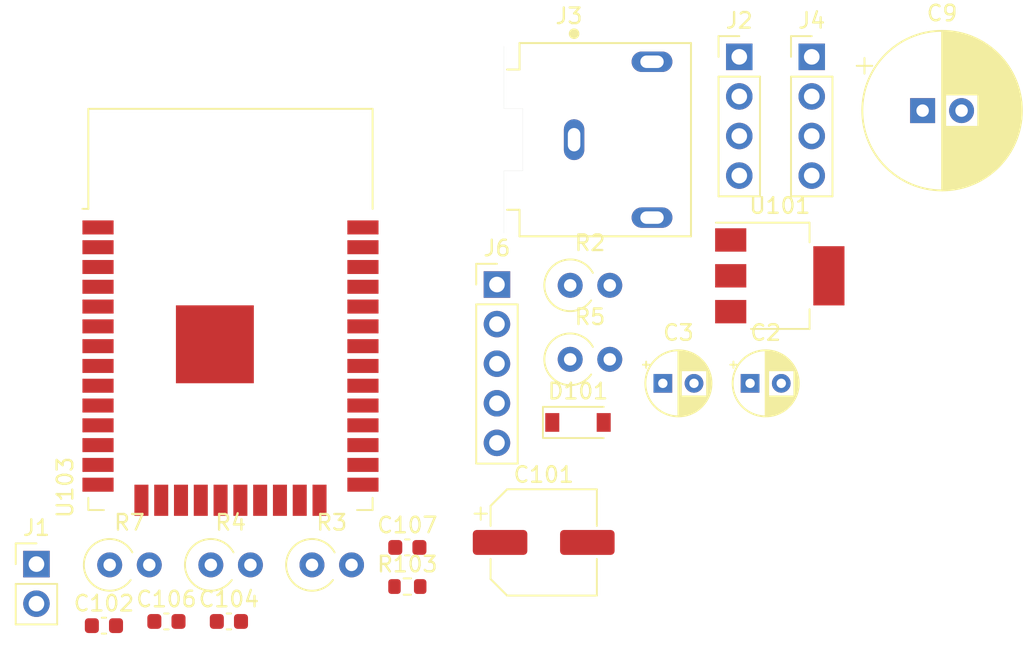
<source format=kicad_pcb>
(kicad_pcb (version 20211014) (generator pcbnew)
  (layers (0 "F.Cu" signal) (31 "B.Cu" signal) (34 "B.Paste" user) (35 "F.Paste" user) (36 "B.SilkS" user "B.Silkscreen") (37 "F.SilkS" user "F.Silkscreen") (38 "B.Mask" user) (39 "F.Mask" user) (44 "Edge.Cuts" user))
  (net 0 "")
  (net 1 "Net-(C2-Pad1)")
  (net 2 "/R")
  (net 3 "Net-(C3-Pad1)")
  (net 4 "/S")
  (net 5 "+5V")
  (net 6 "GND")
  (net 7 "Net-(C102-Pad1)")
  (net 8 "+3V3")
  (net 9 "/ESP_EN")
  (net 10 "/G22")
  (net 11 "/G21")
  (net 12 "/ESP_TXD")
  (net 13 "/ESP_RXD")
  (net 14 "/ESP_IO0")
  (net 15 "Net-(J6-Pad1)")
  (net 16 "Net-(J6-Pad2)")
  (net 17 "Net-(J6-Pad3)")
  (net 18 "Net-(R2-Pad1)")
  (net 19 "Net-(R3-Pad1)")
  (net 34 "/LED_DATA")
  (footprint "Capacitor_THT:CP_Radial_D4.0mm_P2.00mm" (layer "F.Cu") (at 157.468 97.917)
    (fp_text reference "C3" (at 1 -3.25) (layer "F.SilkS"))
    (fp_text value "47pF")
    (fp_line (start 3.041 -0.537) (end 3.041 0.537) (layer "F.SilkS") (width 0.12))
    (fp_line (start 1.721 0.84) (end 1.721 1.954) (layer "F.SilkS") (width 0.12))
    (fp_line (start 1.56 -2.005) (end 1.56 -0.84) (layer "F.SilkS") (width 0.12))
    (fp_line (start 1.48 -2.025) (end 1.48 -0.84) (layer "F.SilkS") (width 0.12))
    (fp_line (start 2.401 0.84) (end 2.401 1.552) (layer "F.SilkS") (width 0.12))
    (fp_line (start 2.801 0.84) (end 2.801 1.08) (layer "F.SilkS") (width 0.12))
    (fp_line (start 1.44 -2.034) (end 1.44 -0.84) (layer "F.SilkS") (width 0.12))
    (fp_line (start 3.001 -0.664) (end 3.001 0.664) (layer "F.SilkS") (width 0.12))
    (fp_line (start 2.481 0.84) (end 2.481 1.478) (layer "F.SilkS") (width 0.12))
    (fp_line (start 2.201 -1.708) (end 2.201 -0.84) (layer "F.SilkS") (width 0.12))
    (fp_line (start 1.56 0.84) (end 1.56 2.005) (layer "F.SilkS") (width 0.12))
    (fp_line (start 1.68 0.84) (end 1.68 1.968) (layer "F.SilkS") (width 0.12))
    (fp_line (start 1.36 0.84) (end 1.36 2.05) (layer "F.SilkS") (width 0.12))
    (fp_line (start 1.921 -1.87) (end 1.921 -0.84) (layer "F.SilkS") (width 0.12))
    (fp_line (start 1.761 0.84) (end 1.761 1.94) (layer "F.SilkS") (width 0.12))
    (fp_line (start 2.401 -1.552) (end 2.401 -0.84) (layer "F.SilkS") (width 0.12))
    (fp_line (start 1.801 0.84) (end 1.801 1.924) (layer "F.SilkS") (width 0.12))
    (fp_line (start 1.28 -2.062) (end 1.28 -0.84) (layer "F.SilkS") (width 0.12))
    (fp_line (start 2.441 -1.516) (end 2.441 -0.84) (layer "F.SilkS") (width 0.12))
    (fp_line (start 2.641 -1.304) (end 2.641 -0.84) (layer "F.SilkS") (width 0.12))
    (fp_line (start 1.721 -1.954) (end 1.721 -0.84) (layer "F.SilkS") (width 0.12))
    (fp_line (start 2.681 0.84) (end 2.681 1.254) (layer "F.SilkS") (width 0.12))
    (fp_line (start 2.761 -1.142) (end 2.761 -0.84) (layer "F.SilkS") (width 0.12))
    (fp_line (start 2.321 0.84) (end 2.321 1.619) (layer "F.SilkS") (width 0.12))
    (fp_line (start 2.521 -1.438) (end 2.521 -0.84) (layer "F.SilkS") (width 0.12))
    (fp_line (start 2.841 -1.013) (end 2.841 1.013) (layer "F.SilkS") (width 0.12))
    (fp_line (start 3.081 -0.37) (end 3.081 0.37) (layer "F.SilkS") (width 0.12))
    (fp_line (start 2.361 -1.587) (end 2.361 -0.84) (layer "F.SilkS") (width 0.12))
    (fp_line (start 2.361 0.84) (end 2.361 1.587) (layer "F.SilkS") (width 0.12))
    (fp_line (start 2.481 -1.478) (end 2.481 -0.84) (layer "F.SilkS") (width 0.12))
    (fp_line (start 1 -2.08) (end 1 2.08) (layer "F.SilkS") (width 0.12))
    (fp_line (start 2.321 -1.619) (end 2.321 -0.84) (layer "F.SilkS") (width 0.12))
    (fp_line (start 2.161 -1.735) (end 2.161 -0.84) (layer "F.SilkS") (width 0.12))
    (fp_line (start 2.081 -1.785) (end 2.081 -0.84) (layer "F.SilkS") (width 0.12))
    (fp_line (start 2.201 0.84) (end 2.201 1.708) (layer "F.SilkS") (width 0.12))
    (fp_line (start 1.921 0.84) (end 1.921 1.87) (layer "F.SilkS") (width 0.12))
    (fp_line (start 1.52 0.84) (end 1.52 2.016) (layer "F.SilkS") (width 0.12))
    (fp_line (start 2.561 0.84) (end 2.561 1.396) (layer "F.SilkS") (width 0.12))
    (fp_line (start 2.121 -1.76) (end 2.121 -0.84) (layer "F.SilkS") (width 0.12))
    (fp_line (start 2.721 0.84) (end 2.721 1.2) (layer "F.SilkS") (width 0.12))
    (fp_line (start 2.601 -1.351) (end 2.601 -0.84) (layer "F.SilkS") (width 0.12))
    (fp_line (start 2.601 0.84) (end 2.601 1.351) (layer "F.SilkS") (width 0.12))
    (fp_line (start 1.64 0.84) (end 1.64 1.982) (layer "F.SilkS") (width 0.12))
    (fp_line (start 2.721 -1.2) (end 2.721 -0.84) (layer "F.SilkS") (width 0.12))
    (fp_line (start 2.761 0.84) (end 2.761 1.142) (layer "F.SilkS") (width 0.12))
    (fp_line (start 2.121 0.84) (end 2.121 1.76) (layer "F.SilkS") (width 0.12))
    (fp_line (start -1.269801 -1.195) (end -0.869801 -1.195) (layer "F.SilkS") (width 0.12))
    (fp_line (start 2.001 -1.83) (end 2.001 -0.84) (layer "F.SilkS") (width 0.12))
    (fp_line (start 1.64 -1.982) (end 1.64 -0.84) (layer "F.SilkS") (width 0.12))
    (fp_line (start 1.24 -2.067) (end 1.24 -0.84) (layer "F.SilkS") (width 0.12))
    (fp_line (start 1.961 -1.851) (end 1.961 -0.84) (layer "F.SilkS") (width 0.12))
    (fp_line (start 2.041 -1.808) (end 2.041 -0.84) (layer "F.SilkS") (width 0.12))
    (fp_line (start 2.561 -1.396) (end 2.561 -0.84) (layer "F.SilkS") (width 0.12))
    (fp_line (start 1.08 -2.079) (end 1.08 2.079) (layer "F.SilkS") (width 0.12))
    (fp_line (start 1.6 -1.994) (end 1.6 -0.84) (layer "F.SilkS") (width 0.12))
    (fp_line (start 1.04 -2.08) (end 1.04 2.08) (layer "F.SilkS") (width 0.12))
    (fp_line (start 1.2 -2.071) (end 1.2 -0.84) (layer "F.SilkS") (width 0.12))
    (fp_line (start 1.841 -1.907) (end 1.841 -0.84) (layer "F.SilkS") (width 0.12))
    (fp_line (start 2.281 0.84) (end 2.281 1.65) (layer "F.SilkS") (width 0.12))
    (fp_line (start 1.6 0.84) (end 1.6 1.994) (layer "F.SilkS") (width 0.12))
    (fp_line (start 1.32 -2.056) (end 1.32 -0.84) (layer "F.SilkS") (width 0.12))
    (fp_line (start 1.48 0.84) (end 1.48 2.025) (layer "F.SilkS") (width 0.12))
    (fp_line (start 2.641 0.84) (end 2.641 1.304) (layer "F.SilkS") (width 0.12))
    (fp_line (start 2.281 -1.65) (end 2.281 -0.84) (layer "F.SilkS") (width 0.12))
    (fp_line (start 1.2 0.84) (end 1.2 2.071) (layer "F.SilkS") (width 0.12))
    (fp_line (start 2.441 0.84) (end 2.441 1.516) (layer "F.SilkS") (width 0.12))
    (fp_line (start 2.961 -0.768) (end 2.961 0.768) (layer "F.SilkS") (width 0.12))
    (fp_line (start 1.36 -2.05) (end 1.36 -0.84) (layer "F.SilkS") (width 0.12))
    (fp_line (start -1.069801 -1.395) (end -1.069801 -0.995) (layer "F.SilkS") (width 0.12))
    (fp_line (start 2.001 0.84) (end 2.001 1.83) (layer "F.SilkS") (width 0.12))
    (fp_line (start 1.16 -2.074) (end 1.16 2.074) (layer "F.SilkS") (width 0.12))
    (fp_line (start 1.68 -1.968) (end 1.68 -0.84) (layer "F.SilkS") (width 0.12))
    (fp_line (start 2.241 -1.68) (end 2.241 -0.84) (layer "F.SilkS") (width 0.12))
    (fp_line (start 2.681 -1.254) (end 2.681 -0.84) (layer "F.SilkS") (width 0.12))
    (fp_line (start 1.44 0.84) (end 1.44 2.034) (layer "F.SilkS") (width 0.12))
    (fp_line (start 2.521 0.84) (end 2.521 1.438) (layer "F.SilkS") (width 0.12))
    (fp_line (start 1.4 0.84) (end 1.4 2.042) (layer "F.SilkS") (width 0.12))
    (fp_line (start 2.041 0.84) (end 2.041 1.808) (layer "F.SilkS") (width 0.12))
    (fp_line (start 1.881 -1.889) (end 1.881 -0.84) (layer "F.SilkS") (width 0.12))
    (fp_line (start 2.801 -1.08) (end 2.801 -0.84) (layer "F.SilkS") (width 0.12))
    (fp_line (start 2.161 0.84) (end 2.161 1.735) (layer "F.SilkS") (width 0.12))
    (fp_line (start 1.841 0.84) (end 1.841 1.907) (layer "F.SilkS") (width 0.12))
    (fp_line (start 1.801 -1.924) (end 1.801 -0.84) (layer "F.SilkS") (width 0.12))
    (fp_line (start 1.12 -2.077) (end 1.12 2.077) (layer "F.SilkS") (width 0.12))
    (fp_line (start 1.24 0.84) (end 1.24 2.067) (layer "F.SilkS") (width 0.12))
    (fp_line (start 2.921 -0.859) (end 2.921 0.859) (layer "F.SilkS") (width 0.12))
    (fp_line (start 2.881 -0.94) (end 2.881 0.94) (layer "F.SilkS") (width 0.12))
    (fp_line (start 1.961 0.84) (end 1.961 1.851) (layer "F.SilkS") (width 0.12))
    (fp_line (start 1.52 -2.016) (end 1.52 -0.84) (layer "F.SilkS") (width 0.12))
    (fp_line (start 1.28 0.84) (end 1.28 2.062) (layer "F.SilkS") (width 0.12))
    (fp_line (start 1.881 0.84) (end 1.881 1.889) (layer "F.SilkS") (width 0.12))
    (fp_line (start 1.761 -1.94) (end 1.761 -0.84) (layer "F.SilkS") (width 0.12))
    (fp_line (start 1.32 0.84) (end 1.32 2.056) (layer "F.SilkS") (width 0.12))
    (fp_line (start 1.4 -2.042) (end 1.4 -0.84) (layer "F.SilkS") (width 0.12))
    (fp_line (start 2.241 0.84) (end 2.241 1.68) (layer "F.SilkS") (width 0.12))
    (fp_line (start 2.081 0.84) (end 2.081 1.785) (layer "F.SilkS") (width 0.12))
    (fp_circle (center 1 0) (end 3.12 0) (layer "F.SilkS") (width 0.12) (fill none))
    (pad "1" thru_hole rect (at 0 0) (size 1.2 1.2) (drill 0.6) (layers *.Cu *.Mask) (net 3 "Net-(C3-Pad1)"))
    (pad "2" thru_hole circle (at 2 0) (size 1.2 1.2) (drill 0.6) (layers *.Cu *.Mask) (net 4 "/S"))
  )
  (footprint "Capacitor_SMD:C_0603_1608Metric" (layer "F.Cu") (at 121.603199 113.467)
    (fp_text reference "C102" (at 0 -1.43) (layer "F.SilkS"))
    (fp_text value "10µ")
    (fp_line (start -0.14058 0.51) (end 0.14058 0.51) (layer "F.SilkS") (width 0.12))
    (fp_line (start -0.14058 -0.51) (end 0.14058 -0.51) (layer "F.SilkS") (width 0.12))
    (pad "1" smd roundrect (at -0.775 0) (size 0.9 0.95) (layers "F.Cu" "F.Paste" "F.Mask") (net 7 "Net-(C102-Pad1)"))
    (pad "2" smd roundrect (at 0.775 0) (size 0.9 0.95) (layers "F.Cu" "F.Paste" "F.Mask") (net 6 "GND"))
  )
  (footprint "Capacitor_SMD:C_0603_1608Metric" (layer "F.Cu") (at 141.073199 108.447)
    (fp_text reference "C107" (at 0 -1.43) (layer "F.SilkS"))
    (fp_text value "100n")
    (fp_line (start -0.14058 -0.51) (end 0.14058 -0.51) (layer "F.SilkS") (width 0.12))
    (fp_line (start -0.14058 0.51) (end 0.14058 0.51) (layer "F.SilkS") (width 0.12))
    (pad "1" smd roundrect (at -0.775 0) (size 0.9 0.95) (layers "F.Cu" "F.Paste" "F.Mask") (net 8 "+3V3"))
    (pad "2" smd roundrect (at 0.775 0) (size 0.9 0.95) (layers "F.Cu" "F.Paste" "F.Mask") (net 6 "GND"))
  )
  (footprint "Resistor_SMD:R_0603_1608Metric" (layer "F.Cu") (at 141.073199 110.957)
    (fp_text reference "R103" (at 0 -1.43) (layer "F.SilkS"))
    (fp_text value "10k")
    (fp_line (start -0.237258 -0.5225) (end 0.237258 -0.5225) (layer "F.SilkS") (width 0.12))
    (fp_line (start -0.237258 0.5225) (end 0.237258 0.5225) (layer "F.SilkS") (width 0.12))
    (pad "1" smd roundrect (at -0.825 0) (size 0.8 0.95) (layers "F.Cu" "F.Paste" "F.Mask") (net 8 "+3V3"))
    (pad "2" smd roundrect (at 0.825 0) (size 0.8 0.95) (layers "F.Cu" "F.Paste" "F.Mask") (net 9 "/ESP_EN"))
  )
  (footprint "Capacitor_SMD:C_0603_1608Metric" (layer "F.Cu") (at 125.613199 113.197)
    (fp_text reference "C106" (at 0 -1.43) (layer "F.SilkS"))
    (fp_text value "1µ")
    (fp_line (start -0.14058 -0.51) (end 0.14058 -0.51) (layer "F.SilkS") (width 0.12))
    (fp_line (start -0.14058 0.51) (end 0.14058 0.51) (layer "F.SilkS") (width 0.12))
    (pad "1" smd roundrect (at -0.775 0) (size 0.9 0.95) (layers "F.Cu" "F.Paste" "F.Mask") (net 9 "/ESP_EN"))
    (pad "2" smd roundrect (at 0.775 0) (size 0.9 0.95) (layers "F.Cu" "F.Paste" "F.Mask") (net 6 "GND"))
  )
  (footprint "Package_TO_SOT_SMD:SOT-223-3_TabPin2" (layer "F.Cu") (at 164.973199 91.017)
    (fp_text reference "U101" (at 0 -4.5) (layer "F.SilkS"))
    (fp_text value "AMS1117-3.3")
    (fp_line (start 1.91 -3.41) (end 1.91 -2.15) (layer "F.SilkS") (width 0.12))
    (fp_line (start -1.85 3.41) (end 1.91 3.41) (layer "F.SilkS") (width 0.12))
    (fp_line (start 1.91 3.41) (end 1.91 2.15) (layer "F.SilkS") (width 0.12))
    (fp_line (start -4.1 -3.41) (end 1.91 -3.41) (layer "F.SilkS") (width 0.12))
    (pad "1" smd rect (at -3.15 -2.3) (size 2 1.5) (layers "F.Cu" "F.Paste" "F.Mask") (net 6 "GND"))
    (pad "2" smd rect (at -3.15 0) (size 2 1.5) (layers "F.Cu" "F.Paste" "F.Mask") (net 8 "+3V3"))
    (pad "2" smd rect (at 3.15 0) (size 2 3.8) (layers "F.Cu" "F.Paste" "F.Mask") (net 8 "+3V3"))
    (pad "3" smd rect (at -3.15 2.3) (size 2 1.5) (layers "F.Cu" "F.Paste" "F.Mask") (net 7 "Net-(C102-Pad1)"))
  )
  (footprint "Resistor_THT:R_Axial_DIN0309_L9.0mm_D3.2mm_P2.54mm_Vertical" (layer "F.Cu") (at 151.523199 96.377)
    (fp_text reference "R5" (at 1.27 -2.72) (layer "F.SilkS"))
    (fp_text value "2.2k")
    (fp_arc (start 1.344775 0.97138) (mid -1.655812 -0.101418) (end 1.453272 -0.8) (layer "F.SilkS") (width 0.12))
    (pad "1" thru_hole circle (at 0 0) (size 1.6 1.6) (drill 0.8) (layers *.Cu *.Mask) (net 1 "Net-(C2-Pad1)"))
    (pad "2" thru_hole oval (at 2.54 0) (size 1.6 1.6) (drill 0.8) (layers *.Cu *.Mask) (net 6 "GND"))
  )
  (footprint "Connector_PinHeader_2.54mm:PinHeader_1x04_P2.54mm_Vertical" (layer "F.Cu") (at 162.373199 76.967)
    (fp_text reference "J2" (at 0 -2.33) (layer "F.SilkS"))
    (fp_text value "Display")
    (fp_line (start -1.33 -1.33) (end 0 -1.33) (layer "F.SilkS") (width 0.12))
    (fp_line (start -1.33 0) (end -1.33 -1.33) (layer "F.SilkS") (width 0.12))
    (fp_line (start -1.33 1.27) (end -1.33 8.95) (layer "F.SilkS") (width 0.12))
    (fp_line (start -1.33 1.27) (end 1.33 1.27) (layer "F.SilkS") (width 0.12))
    (fp_line (start 1.33 1.27) (end 1.33 8.95) (layer "F.SilkS") (width 0.12))
    (fp_line (start -1.33 8.95) (end 1.33 8.95) (layer "F.SilkS") (width 0.12))
    (pad "1" thru_hole rect (at 0 0) (size 1.7 1.7) (drill 1) (layers *.Cu *.Mask) (net 10 "/G22"))
    (pad "2" thru_hole oval (at 0 2.54) (size 1.7 1.7) (drill 1) (layers *.Cu *.Mask) (net 11 "/G21"))
    (pad "3" thru_hole oval (at 0 5.08) (size 1.7 1.7) (drill 1) (layers *.Cu *.Mask) (net 5 "+5V"))
    (pad "4" thru_hole oval (at 0 7.62) (size 1.7 1.7) (drill 1) (layers *.Cu *.Mask) (net 6 "GND"))
  )
  (footprint "Diode_SMD:D_SOD-123" (layer "F.Cu") (at 152.023199 100.427)
    (fp_text reference "D101" (at 0 -2) (layer "F.SilkS"))
    (fp_text value "1N5819HW")
    (fp_line (start -2.25 -1) (end 1.65 -1) (layer "F.SilkS") (width 0.12))
    (fp_line (start -2.25 1) (end 1.65 1) (layer "F.SilkS") (width 0.12))
    (fp_line (start -2.25 -1) (end -2.25 1) (layer "F.SilkS") (width 0.12))
    (pad "1" smd rect (at -1.65 0) (size 0.9 1.2) (layers "F.Cu" "F.Paste" "F.Mask") (net 7 "Net-(C102-Pad1)"))
    (pad "2" smd rect (at 1.65 0) (size 0.9 1.2) (layers "F.Cu" "F.Paste" "F.Mask") (net 5 "+5V"))
  )
  (footprint "Resistor_THT:R_Axial_DIN0309_L9.0mm_D3.2mm_P2.54mm_Vertical" (layer "F.Cu") (at 121.973199 109.567)
    (fp_text reference "R7" (at 1.27 -2.72) (layer "F.SilkS"))
    (fp_text value "100k")
    (fp_arc (start 1.344775 0.97138) (mid -1.655812 -0.101418) (end 1.453272 -0.8) (layer "F.SilkS") (width 0.12))
    (pad "1" thru_hole circle (at 0 0) (size 1.6 1.6) (drill 0.8) (layers *.Cu *.Mask) (net 8 "+3V3"))
    (pad "2" thru_hole oval (at 2.54 0) (size 1.6 1.6) (drill 0.8) (layers *.Cu *.Mask) (net 15 "Net-(J6-Pad1)"))
  )
  (footprint "Capacitor_SMD:C_0603_1608Metric" (layer "F.Cu") (at 129.623199 113.197)
    (fp_text reference "C104" (at 0 -1.43) (layer "F.SilkS"))
    (fp_text value "10µ")
    (fp_line (start -0.14058 0.51) (end 0.14058 0.51) (layer "F.SilkS") (width 0.12))
    (fp_line (start -0.14058 -0.51) (end 0.14058 -0.51) (layer "F.SilkS") (width 0.12))
    (pad "1" smd roundrect (at -0.775 0) (size 0.9 0.95) (layers "F.Cu" "F.Paste" "F.Mask") (net 8 "+3V3"))
    (pad "2" smd roundrect (at 0.775 0) (size 0.9 0.95) (layers "F.Cu" "F.Paste" "F.Mask") (net 6 "GND"))
  )
  (footprint "Resistor_THT:R_Axial_DIN0309_L9.0mm_D3.2mm_P2.54mm_Vertical" (layer "F.Cu") (at 151.523199 91.627)
    (fp_text reference "R2" (at 1.27 -2.72) (layer "F.SilkS"))
    (fp_text value "47k")
    (fp_arc (start 1.344775 0.97138) (mid -1.655812 -0.101418) (end 1.453272 -0.8) (layer "F.SilkS") (width 0.12))
    (pad "1" thru_hole circle (at 0 0) (size 1.6 1.6) (drill 0.8) (layers *.Cu *.Mask) (net 18 "Net-(R2-Pad1)"))
    (pad "2" thru_hole oval (at 2.54 0) (size 1.6 1.6) (drill 0.8) (layers *.Cu *.Mask) (net 1 "Net-(C2-Pad1)"))
  )
  (footprint "Capacitor_THT:CP_Radial_D4.0mm_P2.00mm" (layer "F.Cu") (at 163.068 97.917)
    (fp_text reference "C2" (at 1 -3.25) (layer "F.SilkS"))
    (fp_text value "47pF")
    (fp_line (start 2.241 -1.68) (end 2.241 -0.84) (layer "F.SilkS") (width 0.12))
    (fp_line (start 2.041 0.84) (end 2.041 1.808) (layer "F.SilkS") (width 0.12))
    (fp_line (start 2.521 -1.438) (end 2.521 -0.84) (layer "F.SilkS") (width 0.12))
    (fp_line (start 2.881 -0.94) (end 2.881 0.94) (layer "F.SilkS") (width 0.12))
    (fp_line (start 1.28 0.84) (end 1.28 2.062) (layer "F.SilkS") (width 0.12))
    (fp_line (start 2.561 -1.396) (end 2.561 -0.84) (layer "F.SilkS") (width 0.12))
    (fp_line (start 2.201 -1.708) (end 2.201 -0.84) (layer "F.SilkS") (width 0.12))
    (fp_line (start 2.321 -1.619) (end 2.321 -0.84) (layer "F.SilkS") (width 0.12))
    (fp_line (start 2.081 -1.785) (end 2.081 -0.84) (layer "F.SilkS") (width 0.12))
    (fp_line (start 1.64 -1.982) (end 1.64 -0.84) (layer "F.SilkS") (width 0.12))
    (fp_line (start 1.44 -2.034) (end 1.44 -0.84) (layer "F.SilkS") (width 0.12))
    (fp_line (start 2.841 -1.013) (end 2.841 1.013) (layer "F.SilkS") (width 0.12))
    (fp_line (start 1.64 0.84) (end 1.64 1.982) (layer "F.SilkS") (width 0.12))
    (fp_line (start 1.841 -1.907) (end 1.841 -0.84) (layer "F.SilkS") (width 0.12))
    (fp_line (start 1.32 -2.056) (end 1.32 -0.84) (layer "F.SilkS") (width 0.12))
    (fp_line (start 2.401 -1.552) (end 2.401 -0.84) (layer "F.SilkS") (width 0.12))
    (fp_line (start 2.921 -0.859) (end 2.921 0.859) (layer "F.SilkS") (width 0.12))
    (fp_line (start 2.801 0.84) (end 2.801 1.08) (layer "F.SilkS") (width 0.12))
    (fp_line (start 1.6 -1.994) (end 1.6 -0.84) (layer "F.SilkS") (width 0.12))
    (fp_line (start 1.36 0.84) (end 1.36 2.05) (layer "F.SilkS") (width 0.12))
    (fp_line (start 2.801 -1.08) (end 2.801 -0.84) (layer "F.SilkS") (width 0.12))
    (fp_line (start 1.2 -2.071) (end 1.2 -0.84) (layer "F.SilkS") (width 0.12))
    (fp_line (start 2.721 0.84) (end 2.721 1.2) (layer "F.SilkS") (width 0.12))
    (fp_line (start 2.481 -1.478) (end 2.481 -0.84) (layer "F.SilkS") (width 0.12))
    (fp_line (start 1.721 -1.954) (end 1.721 -0.84) (layer "F.SilkS") (width 0.12))
    (fp_line (start -1.269801 -1.195) (end -0.869801 -1.195) (layer "F.SilkS") (width 0.12))
    (fp_line (start -1.069801 -1.395) (end -1.069801 -0.995) (layer "F.SilkS") (width 0.12))
    (fp_line (start 1.961 0.84) (end 1.961 1.851) (layer "F.SilkS") (width 0.12))
    (fp_line (start 1.48 -2.025) (end 1.48 -0.84) (layer "F.SilkS") (width 0.12))
    (fp_line (start 2.761 0.84) (end 2.761 1.142) (layer "F.SilkS") (width 0.12))
    (fp_line (start 1.44 0.84) (end 1.44 2.034) (layer "F.SilkS") (width 0.12))
    (fp_line (start 1.801 0.84) (end 1.801 1.924) (layer "F.SilkS") (width 0.12))
    (fp_line (start 1.921 0.84) (end 1.921 1.87) (layer "F.SilkS") (width 0.12))
    (fp_line (start 2.681 0.84) (end 2.681 1.254) (layer "F.SilkS") (width 0.12))
    (fp_line (start 1.52 0.84) (end 1.52 2.016) (layer "F.SilkS") (width 0.12))
    (fp_line (start 2.601 -1.351) (end 2.601 -0.84) (layer "F.SilkS") (width 0.12))
    (fp_line (start 1.68 0.84) (end 1.68 1.968) (layer "F.SilkS") (width 0.12))
    (fp_line (start 1.721 0.84) (end 1.721 1.954) (layer "F.SilkS") (width 0.12))
    (fp_line (start 1.28 -2.062) (end 1.28 -0.84) (layer "F.SilkS") (width 0.12))
    (fp_line (start 1.48 0.84) (end 1.48 2.025) (layer "F.SilkS") (width 0.12))
    (fp_line (start 1.4 0.84) (end 1.4 2.042) (layer "F.SilkS") (width 0.12))
    (fp_line (start 2.481 0.84) (end 2.481 1.478) (layer "F.SilkS") (width 0.12))
    (fp_line (start 2.161 -1.735) (end 2.161 -0.84) (layer "F.SilkS") (width 0.12))
    (fp_line (start 1.961 -1.851) (end 1.961 -0.84) (layer "F.SilkS") (width 0.12))
    (fp_line (start 2.241 0.84) (end 2.241 1.68) (layer "F.SilkS") (width 0.12))
    (fp_line (start 1.16 -2.074) (end 1.16 2.074) (layer "F.SilkS") (width 0.12))
    (fp_line (start 2.761 -1.142) (end 2.761 -0.84) (layer "F.SilkS") (width 0.12))
    (fp_line (start 2.401 0.84) (end 2.401 1.552) (layer "F.SilkS") (width 0.12))
    (fp_line (start 1.6 0.84) (end 1.6 1.994) (layer "F.SilkS") (width 0.12))
    (fp_line (start 2.041 -1.808) (end 2.041 -0.84) (layer "F.SilkS") (width 0.12))
    (fp_line (start 2.561 0.84) (end 2.561 1.396) (layer "F.SilkS") (width 0.12))
    (fp_line (start 2.001 0.84) (end 2.001 1.83) (layer "F.SilkS") (width 0.12))
    (fp_line (start 1.04 -2.08) (end 1.04 2.08) (layer "F.SilkS") (width 0.12))
    (fp_line (start 2.161 0.84) (end 2.161 1.735) (layer "F.SilkS") (width 0.12))
    (fp_line (start 1.4 -2.042) (end 1.4 -0.84) (layer "F.SilkS") (width 0.12))
    (fp_line (start 2.961 -0.768) (end 2.961 0.768) (layer "F.SilkS") (width 0.12))
    (fp_line (start 1.2 0.84) (end 1.2 2.071) (layer "F.SilkS") (width 0.12))
    (fp_line (start 1.921 -1.87) (end 1.921 -0.84) (layer "F.SilkS") (width 0.12))
    (fp_line (start 2.361 0.84) (end 2.361 1.587) (layer "F.SilkS") (width 0.12))
    (fp_line (start 2.361 -1.587) (end 2.361 -0.84) (layer "F.SilkS") (width 0.12))
    (fp_line (start 2.121 0.84) (end 2.121 1.76) (layer "F.SilkS") (width 0.12))
    (fp_line (start 3.081 -0.37) (end 3.081 0.37) (layer "F.SilkS") (width 0.12))
    (fp_line (start 2.321 0.84) (end 2.321 1.619) (layer "F.SilkS") (width 0.12))
    (fp_line (start 1.36 -2.05) (end 1.36 -0.84) (layer "F.SilkS") (width 0.12))
    (fp_line (start 1.801 -1.924) (end 1.801 -0.84) (layer "F.SilkS") (width 0.12))
    (fp_line (start 1.761 0.84) (end 1.761 1.94) (layer "F.SilkS") (width 0.12))
    (fp_line (start 1.32 0.84) (end 1.32 2.056) (layer "F.SilkS") (width 0.12))
    (fp_line (start 1 -2.08) (end 1 2.08) (layer "F.SilkS") (width 0.12))
    (fp_line (start 1.24 0.84) (end 1.24 2.067) (layer "F.SilkS") (width 0.12))
    (fp_line (start 2.521 0.84) (end 2.521 1.438) (layer "F.SilkS") (width 0.12))
    (fp_line (start 1.881 -1.889) (end 1.881 -0.84) (layer "F.SilkS") (width 0.12))
    (fp_line (start 2.721 -1.2) (end 2.721 -0.84) (layer "F.SilkS") (width 0.12))
    (fp_line (start 1.56 0.84) (end 1.56 2.005) (layer "F.SilkS") (width 0.12))
    (fp_line (start 1.24 -2.067) (end 1.24 -0.84) (layer "F.SilkS") (width 0.12))
    (fp_line (start 2.441 -1.516) (end 2.441 -0.84) (layer "F.SilkS") (width 0.12))
    (fp_line (start 1.68 -1.968) (end 1.68 -0.84) (layer "F.SilkS") (width 0.12))
    (fp_line (start 2.081 0.84) (end 2.081 1.785) (layer "F.SilkS") (width 0.12))
    (fp_line (start 1.52 -2.016) (end 1.52 -0.84) (layer "F.SilkS") (width 0.12))
    (fp_line (start 2.121 -1.76) (end 2.121 -0.84) (layer "F.SilkS") (width 0.12))
    (fp_line (start 3.001 -0.664) (end 3.001 0.664) (layer "F.SilkS") (width 0.12))
    (fp_line (start 2.281 -1.65) (end 2.281 -0.84) (layer "F.SilkS") (width 0.12))
    (fp_line (start 2.601 0.84) (end 2.601 1.351) (layer "F.SilkS") (width 0.12))
    (fp_line (start 1.881 0.84) (end 1.881 1.889) (layer "F.SilkS") (width 0.12))
    (fp_line (start 1.761 -1.94) (end 1.761 -0.84) (layer "F.SilkS") (width 0.12))
    (fp_line (start 2.641 -1.304) (end 2.641 -0.84) (layer "F.SilkS") (width 0.12))
    (fp_line (start 2.201 0.84) (end 2.201 1.708) (layer "F.SilkS") (width 0.12))
    (fp_line (start 1.56 -2.005) (end 1.56 -0.84) (layer "F.SilkS") (width 0.12))
    (fp_line (start 2.281 0.84) (end 2.281 1.65) (layer "F.SilkS") (width 0.12))
    (fp_line (start 2.441 0.84) (end 2.441 1.516) (layer "F.SilkS") (width 0.12))
    (fp_line (start 2.641 0.84) (end 2.641 1.304) (layer "F.SilkS") (width 0.12))
    (fp_line (start 1.12 -2.077) (end 1.12 2.077) (layer "F.SilkS") (width 0.12))
    (fp_line (start 1.08 -2.079) (end 1.08 2.079) (layer "F.SilkS") (width 0.12))
    (fp_line (start 3.041 -0.537) (end 3.041 0.537) (layer "F.SilkS") (width 0.12))
    (fp_line (start 2.681 -1.254) (end 2.681 -0.84) (layer "F.SilkS") (width 0.12))
    (fp_line (start 1.841 0.84) (end 1.841 1.907) (layer "F.SilkS") (width 0.12))
    (fp_line (start 2.001 -1.83) (end 2.001 -0.84) (layer "F.SilkS") (width 0.12))
    (fp_circle (center 1 0) (end 3.12 0) (layer "F.SilkS") (width 0.12) (fill none))
    (pad "1" thru_hole rect (at 0 0) (size 1.2 1.2) (drill 0.6) (layers *.Cu *.Mask) (net 1 "Net-(C2-Pad1)"))
    (pad "2" thru_hole circle (at 2 0) (size 1.2 1.2) (drill 0.6) (layers *.Cu *.Mask) (net 2 "/R"))
  )
  (footprint "Connector_PinHeader_2.54mm:PinHeader_1x05_P2.54mm_Vertical" (layer "F.Cu") (at 146.823199 91.577)
    (fp_text reference "J6" (at 0 -2.33) (layer "F.SilkS"))
    (fp_text value "Encoder")
    (fp_line (start -1.33 1.27) (end -1.33 11.49) (layer "F.SilkS") (width 0.12))
    (fp_line (start -1.33 -1.33) (end 0 -1.33) (layer "F.SilkS") (width 0.12))
    (fp_line (start -1.33 11.49) (end 1.33 11.49) (layer "F.SilkS") (width 0.12))
    (fp_line (start -1.33 0) (end -1.33 -1.33) (layer "F.SilkS") (width 0.12))
    (fp_line (start -1.33 1.27) (end 1.33 1.27) (layer "F.SilkS") (width 0.12))
    (fp_line (start 1.33 1.27) (end 1.33 11.49) (layer "F.SilkS") (width 0.12))
    (pad "1" thru_hole rect (at 0 0) (size 1.7 1.7) (drill 1) (layers *.Cu *.Mask) (net 15 "Net-(J6-Pad1)"))
    (pad "2" thru_hole oval (at 0 2.54) (size 1.7 1.7) (drill 1) (layers *.Cu *.Mask) (net 16 "Net-(J6-Pad2)"))
    (pad "3" thru_hole oval (at 0 5.08) (size 1.7 1.7) (drill 1) (layers *.Cu *.Mask) (net 17 "Net-(J6-Pad3)"))
    (pad "4" thru_hole oval (at 0 7.62) (size 1.7 1.7) (drill 1) (layers *.Cu *.Mask) (net 8 "+3V3"))
    (pad "5" thru_hole oval (at 0 10.16) (size 1.7 1.7) (drill 1) (layers *.Cu *.Mask) (net 6 "GND"))
  )
  (footprint "Capacitor_SMD:CP_Elec_6.3x5.4" (layer "F.Cu") (at 149.823199 108.127)
    (fp_text reference "C101" (at 0 -4.35) (layer "F.SilkS"))
    (fp_text value "100µ 16V")
    (fp_line (start -3.41 -2.345563) (end -2.345563 -3.41) (layer "F.SilkS") (width 0.12))
    (fp_line (start -2.345563 3.41) (end 3.41 3.41) (layer "F.SilkS") (width 0.12))
    (fp_line (start 3.41 3.41) (end 3.41 1.06) (layer "F.SilkS") (width 0.12))
    (fp_line (start 3.41 -3.41) (end 3.41 -1.06) (layer "F.SilkS") (width 0.12))
    (fp_line (start -3.41 -2.345563) (end -3.41 -1.06) (layer "F.SilkS") (width 0.12))
    (fp_line (start -2.345563 -3.41) (end 3.41 -3.41) (layer "F.SilkS") (width 0.12))
    (fp_line (start -3.41 2.345563) (end -3.41 1.06) (layer "F.SilkS") (width 0.12))
    (fp_line (start -4.04375 -2.24125) (end -4.04375 -1.45375) (layer "F.SilkS") (width 0.12))
    (fp_line (start -4.4375 -1.8475) (end -3.65 -1.8475) (layer "F.SilkS") (width 0.12))
    (fp_line (start -3.41 2.345563) (end -2.345563 3.41) (layer "F.SilkS") (width 0.12))
    (pad "1" smd roundrect (at -2.8 0) (size 3.5 1.6) (layers "F.Cu" "F.Paste" "F.Mask") (roundrect_rratio 0.15625) (net 5 "+5V"))
    (pad "2" smd roundrect (at 2.8 0) (size 3.5 1.6) (layers "F.Cu" "F.Paste" "F.Mask") (roundrect_rratio 0.15625) (net 6 "GND"))
  )
  (footprint "importedFootprint:AudioJack" (layer "F.Cu") (at 151.773199 82.282)
    (fp_text reference "J3" (at -0.325135 -7.938185) (layer "F.SilkS") (effects (font (size 1.000402 1.000402))))
    (fp_text value "AudioJack3")
    (fp_line (start 7.5 -6.2) (end 7.5 6.2) (layer "F.SilkS") (width 0.127))
    (fp_line (start -3.5 4.5) (end -4.3 4.5) (layer "F.SilkS") (width 0.127))
    (fp_line (start -3.5 4.5) (end -3.5 6.2) (layer "F.SilkS") (width 0.127))
    (fp_line (start 7.5 -6.2) (end -3.5 -6.2) (layer "F.SilkS") (width 0.127))
    (fp_line (start 7.5 6.2) (end -3.5 6.2) (layer "F.SilkS") (width 0.127))
    (fp_line (start -3.5 -6.2) (end -3.5 -4.5) (layer "F.SilkS") (width 0.127))
    (fp_line (start -3.5 -4.5) (end -4.3 -4.5) (layer "F.SilkS") (width 0.127))
    (fp_circle (center 0 -6.8) (end 0.17 -6.8) (layer "F.SilkS") (width 0.34) (fill none))
    (fp_line (start -3.3 -2) (end -3.3 2) (layer "Edge.Cuts") (width 0.01))
    (fp_line (start -4.5 -6) (end -4.5 -2) (layer "Edge.Cuts") (width 0.01))
    (fp_line (start -3.3 2) (end -4.5 2) (layer "Edge.Cuts") (width 0.01))
    (fp_line (start -4.5 -2) (end -3.3 -2) (layer "Edge.Cuts") (width 0.01))
    (fp_line (start -4.5 2) (end -4.5 6) (layer "Edge.Cuts") (width 0.01))
    (pad "" np_thru_hole circle (at 5 0) (size 1.2 1.2) (drill 1.2) (layers *.Cu *.Mask))
    (pad "" np_thru_hole circle (at 0 5) (size 1.2 1.2) (drill 1.2) (layers *.Cu *.Mask))
    (pad "" np_thru_hole circle (at -2.5 -5) (size 1.2 1.2) (drill 1.2) (layers *.Cu *.Mask))
    (pad "" np_thru_hole circle (at 0 -5) (size 1.2 1.2) (drill 1.2) (layers *.Cu *.Mask))
    (pad "" np_thru_hole circle (at -2.5 5) (size 1.2 1.2) (drill 1.2) (layers *.Cu *.Mask))
    (pad "R" thru_hole oval (at 5 -5) (size 2.616 1.308) (drill oval 1.5 0.8) (layers *.Cu *.Mask) (net 2 "/R"))
    (pad "S" thru_hole oval (at 5 5) (size 2.616 1.308) (drill oval 1.5 0.8) (layers *.Cu *.Mask) (net 4 "/S"))
    (pad "T" thru_hole oval (at 0 0) (size 1.308 2.616) (drill oval 0.8 1.5) (layers *.Cu *.Mask) (net 6 "GND"))
  )
  (footprint "Resistor_THT:R_Axial_DIN0309_L9.0mm_D3.2mm_P2.54mm_Vertical" (layer "F.Cu") (at 134.953199 109.567)
    (fp_text reference "R3" (at 1.27 -2.72) (layer "F.SilkS"))
    (fp_text value "47k")
    (fp_arc (start 1.344775 0.97138) (mid -1.655812 -0.101418) (end 1.453272 -0.8) (layer "F.SilkS") (width 0.12))
    (pad "1" thru_hole circle (at 0 0) (size 1.6 1.6) (drill 0.8) (layers *.Cu *.Mask) (net 19 "Net-(R3-Pad1)"))
    (pad "2" thru_hole oval (at 2.54 0) (size 1.6 1.6) (drill 0.8) (layers *.Cu *.Mask) (net 3 "Net-(C3-Pad1)"))
  )
  (footprint "Capacitor_THT:CP_Radial_D10.0mm_P2.50mm" (layer "F.Cu") (at 174.137845 80.417)
    (fp_text reference "C9" (at 1.25 -6.25) (layer "F.SilkS"))
    (fp_text value "1000yF")
    (fp_line (start 2.971 1.04) (end 2.971 4.783) (layer "F.SilkS") (width 0.12))
    (fp_line (start 5.651 -2.579) (end 5.651 2.579) (layer "F.SilkS") (width 0.12))
    (fp_line (start 2.131 1.04) (end 2.131 5.004) (layer "F.SilkS") (width 0.12))
    (fp_line (start 1.37 -5.079) (end 1.37 5.079) (layer "F.SilkS") (width 0.12))
    (fp_line (start 2.891 -4.811) (end 2.891 -1.04) (layer "F.SilkS") (width 0.12))
    (fp_line (start 3.891 -4.347) (end 3.891 4.347) (layer "F.SilkS") (width 0.12))
    (fp_line (start 3.051 -4.754) (end 3.051 -1.04) (layer "F.SilkS") (width 0.12))
    (fp_line (start 5.211 -3.206) (end 5.211 3.206) (layer "F.SilkS") (width 0.12))
    (fp_line (start 2.931 -4.797) (end 2.931 -1.04) (layer "F.SilkS") (width 0.12))
    (fp_line (start 4.531 -3.892) (end 4.531 3.892) (layer "F.SilkS") (width 0.12))
    (fp_line (start 3.171 -4.707) (end 3.171 -1.04) (layer "F.SilkS") (width 0.12))
    (fp_line (start 1.73 1.04) (end 1.73 5.058) (layer "F.SilkS") (width 0.12))
    (fp_line (start 2.651 -4.885) (end 2.651 -1.04) (layer "F.SilkS") (width 0.12))
    (fp_line (start 5.171 -3.254) (end 5.171 3.254) (layer "F.SilkS") (width 0.12))
    (fp_line (start 3.491 -4.564) (end 3.491 -1.04) (layer "F.SilkS") (width 0.12))
    (fp_line (start 5.331 -3.054) (end 5.331 3.054) (layer "F.SilkS") (width 0.12))
    (fp_line (start 4.291 -4.08) (end 4.291 4.08) (layer "F.SilkS") (width 0.12))
    (fp_line (start 3.251 1.04) (end 3.251 4.674) (layer "F.SilkS") (width 0.12))
    (fp_line (start 5.571 -2.709) (end 5.571 2.709) (layer "F.SilkS") (width 0.12))
    (fp_line (start 4.091 -4.221) (end 4.091 4.221) (layer "F.SilkS") (width 0.12))
    (fp_line (start 4.651 -3.789) (end 4.651 3.789) (layer "F.SilkS") (width 0.12))
    (fp_line (start 1.69 -5.062) (end 1.69 -1.04) (layer "F.SilkS") (width 0.12))
    (fp_line (start 3.531 1.04) (end 3.531 4.545) (layer "F.SilkS") (width 0.12))
    (fp_line (start 1.73 -5.058) (end 1.73 -1.04) (layer "F.SilkS") (width 0.12))
    (fp_line (start 5.251 -3.156) (end 5.251 3.156) (layer "F.SilkS") (width 0.12))
    (fp_line (start 5.811 -2.289) (end 5.811 2.289) (layer "F.SilkS") (width 0.12))
    (fp_line (start 1.57 -5.07) (end 1.57 -1.04) (layer "F.SilkS") (width 0.12))
    (fp_line (start 2.771 1.04) (end 2.771 4.85) (layer "F.SilkS") (width 0.12))
    (fp_line (start 2.571 -4.907) (end 2.571 -1.04) (layer "F.SilkS") (width 0.12))
    (fp_line (start 4.371 -4.02) (end 4.371 4.02) (layer "F.SilkS") (width 0.12))
    (fp_line (start 3.971 -4.298) (end 3.971 4.298) (layer "F.SilkS") (width 0.12))
    (fp_line (start 5.491 -2.83) (end 5.491 2.83) (layer "F.SilkS") (width 0.12))
    (fp_line (start 1.57 1.04) (end 1.57 5.07) (layer "F.SilkS") (width 0.12))
    (fp_line (start 2.851 1.04) (end 2.851 4.824) (layer "F.SilkS") (width 0.12))
    (fp_line (start 4.331 -4.05) (end 4.331 4.05) (layer "F.SilkS") (width 0.12))
    (fp_line (start 2.211 -4.99) (end 2.211 -1.04) (layer "F.SilkS") (width 0.12))
    (fp_line (start 5.411 -2.945) (end 5.411 2.945) (layer "F.SilkS") (width 0.12))
    (fp_line (start 5.971 -1.944) (end 5.971 1.944) (layer "F.SilkS") (width 0.12))
    (fp_line (start 1.85 1.04) (end 1.85 5.045) (layer "F.SilkS") (width 0.12))
    (fp_line (start 3.931 -4.323) (end 3.931 4.323) (layer "F.SilkS") (width 0.12))
    (fp_line (start 1.61 1.04) (end 1.61 5.068) (layer "F.SilkS") (width 0.12))
    (fp_line (start 1.85 -5.045) (end 1.85 -1.04) (layer "F.SilkS") (width 0.12))
    (fp_line (start 2.411 -4.947) (end 2.411 -1.04) (layer "F.SilkS") (width 0.12))
    (fp_line (start 3.731 -4.44) (end 3.731 4.44) (layer "F.SilkS") (width 0.12))
    (fp_line (start 5.611 -2.645) (end 5.611 2.645) (layer "F.SilkS") (width 0.12))
    (fp_line (start 5.851 -2.209) (end 5.851 2.209) (layer "F.SilkS") (width 0.12))
    (fp_line (start 3.451 1.04) (end 3.451 4.584) (layer "F.SilkS") (width 0.12))
    (fp_line (start 2.291 -4.974) (end 2.291 -1.04) (layer "F.SilkS") (width 0.12))
    (fp_line (start 4.211 -4.138) (end 4.211 4.138) (layer "F.SilkS") (width 0.12))
    (fp_line (start 4.411 -3.989) (end 4.411 3.989) (layer "F.SilkS") (width 0.12))
    (fp_line (start 2.091 -5.011) (end 2.091 -1.04) (layer "F.SilkS") (width 0.12))
    (fp_line (start 2.371 1.04) (end 2.371 4.956) (layer "F.SilkS") (width 0.12))
    (fp_line (start 3.131 1.04) (end 3.131 4.723) (layer "F.SilkS") (width 0.12))
    (fp_line (start 2.891 1.04) (end 2.891 4.811) (layer "F.SilkS") (width 0.12))
    (fp_line (start 3.051 1.04) (end 3.051 4.754) (layer "F.SilkS") (width 0.12))
    (fp_line (start 4.571 -3.858) (end 4.571 3.858) (layer "F.SilkS") (width 0.12))
    (fp_line (start 4.931 -3.52) (end 4.931 3.52) (layer "F.SilkS") (width 0.12))
    (fp_line (start 2.171 -4.997) (end 2.171 -1.04) (layer "F.SilkS") (width 0.12))
    (fp_line (start 1.77 1.04) (end 1.77 5.054) (layer "F.SilkS") (width 0.12))
    (fp_line (start 5.291 -3.106) (end 5.291 3.106) (layer "F.SilkS") (width 0.12))
    (fp_line (start 2.571 1.04) (end 2.571 4.907) (layer "F.SilkS") (width 0.12))
    (fp_line (start 2.131 -5.004) (end 2.131 -1.04) (layer "F.SilkS") (width 0.12))
    (fp_line (start 6.051 -1.742) (end 6.051 1.742) (layer "F.SilkS") (width 0.12))
    (fp_line (start 6.251 -1.062) (end 6.251 1.062) (layer "F.SilkS") (width 0.12))
    (fp_line (start 3.411 -4.603) (end 3.411 -1.04) (layer "F.SilkS") (width 0.12))
    (fp_line (start 6.131 -1.51) (end 6.131 1.51) (layer "F.SilkS") (width 0.12))
    (fp_line (start 1.33 -5.08) (end 1.33 5.08) (layer "F.SilkS") (width 0.12))
    (fp_line (start 2.611 -4.897) (end 2.611 -1.04) (layer "F.SilkS") (width 0.12))
    (fp_line (start 1.971 1.04) (end 1.971 5.03) (layer "F.SilkS") (width 0.12))
    (fp_line (start 5.051 -3.392) (end 5.051 3.392) (layer "F.SilkS") (width 0.12))
    (fp_line (start 2.611 1.04) (end 2.611 4.897) (layer "F.SilkS") (width 0.12))
    (fp_line (start 2.971 -4.783) (end 2.971 -1.04) (layer "F.SilkS") (width 0.12))
    (fp_line (start 5.691 -2.51) (end 5.691 2.51) (layer "F.SilkS") (width 0.12))
    (fp_line (start 2.851 -4.824) (end 2.851 -1.04) (layer "F.SilkS") (width 0.12))
    (fp_line (start 1.61 -5.068) (end 1.61 -1.04) (layer "F.SilkS") (width 0.12))
    (fp_line (start 4.971 -3.478) (end 4.971 3.478) (layer "F.SilkS") (width 0.12))
    (fp_line (start 2.451 1.04) (end 2.451 4.938) (layer "F.SilkS") (width 0.12))
    (fp_line (start 1.29 -5.08) (end 1.29 5.08) (layer "F.SilkS") (width 0.12))
    (fp_line (start 3.171 1.04) (end 3.171 4.707) (layer "F.SilkS") (width 0.12))
    (fp_line (start 2.011 1.04) (end 2.011 5.024) (layer "F.SilkS") (width 0.12))
    (fp_line (start 2.251 1.04) (end 2.251 4.982) (layer "F.SilkS") (width 0.12))
    (fp_line (start 4.131 -4.194) (end 4.131 4.194) (layer "F.SilkS") (width 0.12))
    (fp_line (start 6.171 -1.378) (end 6.171 1.378) (layer "F.SilkS") (width 0.12))
    (fp_line (start 5.771 -2.365) (end 5.771 2.365) (layer "F.SilkS") (width 0.12))
    (fp_line (start -3.729646 -3.375) (end -3.729646 -2.375) (layer "F.SilkS") (width 0.12))
    (fp_line (start 3.411 1.04) (end 3.411 4.603) (layer "F.SilkS") (width 0.12))
    (fp_line (start 2.331 -4.965) (end 2.331 -1.04) (layer "F.SilkS") (width 0.12))
    (fp_line (start 3.371 -4.621) (end 3.371 -1.04) (layer "F.SilkS") (width 0.12))
    (fp_line (start 1.65 -5.065) (end 1.65 -1.04) (layer "F.SilkS") (width 0.12))
    (fp_line (start 1.971 -5.03) (end 1.971 -1.04) (layer "F.SilkS") (width 0.12))
    (fp_line (start 3.211 1.04) (end 3.211 4.69) (layer "F.SilkS") (width 0.12))
    (fp_line (start 2.171 1.04) (end 2.171 4.997) (layer "F.SilkS") (width 0.12))
    (fp_line (start 1.65 1.04) (end 1.65 5.065) (layer "F.SilkS") (width 0.12))
    (fp_line (start -4.229646 -2.875) (end -3.229646 -2.875) (layer "F.SilkS") (width 0.12))
    (fp_line (start 4.691 -3.753) (end 4.691 3.753) (layer "F.SilkS") (width 0.12))
    (fp_line (start 4.251 -4.11) (end 4.251 4.11) (layer "F.SilkS") (width 0.12))
    (fp_line (start 1.89 -5.04) (end 1.89 -1.04) (layer "F.SilkS") (width 0.12))
    (fp_line (start 3.131 -4.723) (end 3.131 -1.04) (layer "F.SilkS") (width 0.12))
    (fp_line (start 3.691 -4.462) (end 3.691 4.462) (layer "F.SilkS") (width 0.12))
    (fp_line (start 6.291 -0.862) (end 6.291 0.862) (layer "F.SilkS") (width 0.12))
    (fp_line (start 3.291 -4.657) (end 3.291 -1.04) (layer "F.SilkS") (width 0.12))
    (fp_line (start 6.011 -1.846) (end 6.011 1.846) (layer "F.SilkS") (width 0.12))
    (fp_line (start 5.531 -2.77) (end 5.531 2.77) (layer "F.SilkS") (width 0.12))
    (fp_line (start 2.531 -4.918) (end 2.531 -1.04) (layer "F.SilkS") (width 0.12))
    (fp_line (start 5.731 -2.439) (end 5.731 2.439) (layer "F.SilkS") (width 0.12))
    (fp_line (start 3.811 -4.395) (end 3.811 4.395) (layer "F.SilkS") (width 0.12))
    (fp_line (start 5.891 -2.125) (end 5.891 2.125) (layer "F.SilkS") (width 0.12))
    (fp_line (start 1.45 -5.077) (end 1.45 5.077) (layer "F.SilkS") (width 0.12))
    (fp_line (start 2.491 -4.928) (end 2.491 -1.04) (layer "F.SilkS") (width 0.12))
    (fp_line (start 2.691 1.04) (end 2.691 4.874) (layer "F.SilkS") (width 0.12))
    (fp_line (start 4.771 -3.679) (end 4.771 3.679) (layer "F.SilkS") (width 0.12))
    (fp_line (start 2.931 1.04) (end 2.931 4.797) (layer "F.SilkS") (width 0.12))
    (fp_line (start 2.531 1.04) (end 2.531 4.918) (layer "F.SilkS") (width 0.12))
    (fp_line (start 6.331 -0.599) (end 6.331 0.599) (layer "F.SilkS") (width 0.12))
    (fp_line (start 3.211 -4.69) (end 3.211 -1.04) (layer "F.SilkS") (width 0.12))
    (fp_line (start 2.731 -4.862) (end 2.731 -1.04) (layer "F.SilkS") (width 0.12))
    (fp_line (start 1.81 1.04) (end 1.81 5.05) (layer "F.SilkS") (width 0.12))
    (fp_line (start 2.811 1.04) (end 2.811 4.837) (layer "F.SilkS") (width 0.12))
    (fp_line (start 1.41 -5.078) (end 1.41 5.078) (layer "F.SilkS") (width 0.12))
    (fp_line (start 4.011 -4.273) (end 4.011 4.273) (layer "F.SilkS") (width 0.12))
    (fp_line (start 3.571 -4.525) (end 3.571 4.525) (layer "F.SilkS") (width 0.12))
    (fp_line (start 1.69 1.04) (end 1.69 5.062) (layer "F.SilkS") (width 0.12))
    (fp_line (start 3.331 -4.639) (end 3.331 -1.04) (layer "F.SilkS") (width 0.12))
    (fp_line (start 5.451 -2.889) (end 5.451 2.889) (layer "F.SilkS") (width 0.12))
    (fp_line (start 2.291 1.04) (end 2.291 4.974) (layer "F.SilkS") (width 0.12))
    (fp_line (start 4.811 -3.64) (end 4.811 3.64) (layer "F.SilkS") (width 0.12))
    (fp_line (start 3.011 1.04) (end 3.011 4.768) (layer "F.SilkS") (width 0.12))
    (fp_line (start 4.171 -4.166) (end 4.171 4.166) (layer "F.SilkS") (width 0.12))
    (fp_line (start 1.25 -5.08) (end 1.25 5.08) (layer "F.SilkS") (width 0.12))
    (fp_line (start 2.051 1.04) (end 2.051 5.018) (layer "F.SilkS") (width 0.12))
    (fp_line (start 3.611 -4.504) (end 3.611 4.504) (layer "F.SilkS") (width 0.12))
    (fp_line (start 3.451 -4.584) (end 3.451 -1.04) (layer "F.SilkS") (width 0.12))
    (fp_line (start 5.011 -3.436) (end 5.011 3.436) (layer "F.SilkS") (width 0.12))
    (fp_line (start 4.891 -3.561) (end 4.891 3.561) (layer "F.SilkS") (width 0.12))
    (fp_line (start 2.051 -5.018) (end 2.051 -1.04) (layer "F.SilkS") (width 0.12))
    (fp_line (start 2.731 1.04) (end 2.731 4.862) (layer "F.SilkS") (width 0.12))
    (fp_line (start 4.731 -3.716) (end 4.731 3.716) (layer "F.SilkS") (width 0.12))
    (fp_line (start 1.89 1.04) (end 1.89 5.04) (layer "F.SilkS") (width 0.12))
    (fp_line (start 2.091 1.04) (end 2.091 5.011) (layer "F.SilkS") (width 0.12))
    (fp_line (start 3.331 1.04) (end 3.331 4.639) (layer "F.SilkS") (width 0.12))
    (fp_line (start 5.371 -3) (end 5.371 3) (layer "F.SilkS") (width 0.12))
    (fp_line (start 3.491 1.04) (end 3.491 4.564) (layer "F.SilkS") (width 0.12))
    (fp_line (start 1.93 1.04) (end 1.93 5.035) (layer "F.SilkS") (width 0.12))
    (fp_line (start 5.091 -3.347) (end 5.091 3.347) (layer "F.SilkS") (width 0.12))
    (fp_line (start 2.411 1.04) (end 2.411 4.947) (layer "F.SilkS") (width 0.12))
    (fp_line (start 1.77 -5.054) (end 1.77 -1.04) (layer "F.SilkS") (width 0.12))
    (fp_line (start 2.451 -4.938) (end 2.451 -1.04) (layer "F.SilkS") (width 0.12))
    (fp_line (start 4.491 -3.925) (end 4.491 3.925) (layer "F.SilkS") (width 0.12))
    (fp_line (start 3.771 -4.417) (end 3.771 4.417) (layer "F.SilkS") (width 0.12))
    (fp_line (start 2.771 -4.85) (end 2.771 -1.04) (layer "F.SilkS") (width 0.12))
    (fp_line (start 4.611 -3.824) (end 4.611 3.824) (layer "F.SilkS") (width 0.12))
    (fp_line (start 1.49 1.04) (end 1.49 5.075) (layer "F.SilkS") (width 0.12))
    (fp_line (start 2.811 -4.837) (end 2.811 -1.04) (layer "F.SilkS") (width 0.12))
    (fp_line (start 2.011 -5.024) (end 2.011 -1.04) (layer "F.SilkS") (width 0.12))
    (fp_line (start 2.491 1.04) (end 2.491 4.928) (layer "F.SilkS") (width 0.12))
    (fp_line (start 5.931 -2.037) (end 5.931 2.037) (layer "F.SilkS") (width 0.12))
    (fp_line (start 2.651 1.04) (end 2.651 4.885) (layer "F.SilkS") (width 0.12))
    (fp_line (start 1.53 1.04) (end 1.53 5.073) (layer "F.SilkS") (width 0.12))
    (fp_line (start 5.131 -3.301) (end 5.131 3.301) (layer "F.SilkS") (width 0.12))
    (fp_line (start 1.53 -5.073) (end 1.53 -1.04) (layer "F.SilkS") (width 0.12))
    (fp_line (start 3.251 -4.674) (end 3.251 -1.04) (layer "F.SilkS") (width 0.12))
    (fp_line (start 2.251 -4.982) (end 2.251 -1.04) (layer "F.SilkS") (width 0.12))
    (fp_line (start 6.211 -1.23) (end 6.211 1.23) (layer "F.SilkS") (width 0.12))
    (fp_line (start 3.091 -4.738) (end 3.091 -1.04) (layer "F.SilkS") (width 0.12))
    (fp_line (start 2.371 -4.956) (end 2.371 -1.04) (layer "F.SilkS") (width 0.12))
    (fp_line (start 4.451 -3.957) (end 4.451 3.957) (layer "F.SilkS") (width 0.12))
    (fp_line (start 3.851 -4.371) (end 3.851 4.371) (layer "F.SilkS") (width 0.12))
    (fp_line (start 2.691 -4.874) (end 2.691 -1.04) (layer "F.SilkS") (width 0.12))
    (fp_line (start 3.091 1.04) (end 3.091 4.738) (layer "F.SilkS") (width 0.12))
    (fp_line (start 1.81 -5.05) (end 1.81 -1.04) (layer "F.SilkS") (width 0.12))
    (fp_line (start 6.091 -1.63) (end 6.091 1.63) (layer "F.SilkS") (width 0.12))
    (fp_line (start 2.211 1.04) (end 2.211 4.99) (layer "F.SilkS") (width 0.12))
    (fp_line (start 3.011 -4.768) (end 3.011 -1.04) (layer "F.SilkS") (width 0.12))
    (fp_line (start 3.291 1.04) (end 3.291 4.657) (layer "F.SilkS") (width 0.12))
    (fp_line (start 4.051 -4.247) (end 4.051 4.247) (layer "F.SilkS") (width 0.12))
    (fp_line (start 3.371 1.04) (end 3.371 4.621) (layer "F.SilkS") (width 0.12))
    (fp_line (start 2.331 1.04) (end 2.331 4.965) (layer "F.SilkS") (width 0.12))
    (fp_line (start 1.93 -5.035) (end 1.93 -1.04) (layer "F.SilkS") (width 0.12))
    (fp_line (start 3.531 -4.545) (end 3.531 -1.04) (layer "F.SilkS") (width 0.12))
    (fp_line (start 3.651 -4.483) (end 3.651 4.483) (layer "F.SilkS") (width 0.12))
    (fp_line (start 4.851 -3.601) (end 4.851 3.601) (layer "F.SilkS") (width 0.12))
    (fp_line (start 1.49 -5.075) (end 1.49 -1.04) (layer "F.SilkS") (width 0.12))
    (fp_circle (center 1.25 0) (end 6.37 0) (layer "F.SilkS") (width 0.12) (fill none))
    (pad "1" thru_hole rect (at 0 0) (size 1.6 1.6) (drill 0.8) (layers *.Cu *.Mask) (net 5 "+5V"))
    (pad "2" thru_hole circle (at 2.5 0) (size 1.6 1.6) (drill 0.8) (layers *.Cu *.Mask) (net 6 "GND"))
  )
  (footprint "RF_Module:ESP32-WROOM-32" (layer "F.Cu") (at 129.723199 96.167)
    (fp_text reference "U103" (at -10.61 8.43 90) (layer "F.SilkS"))
    (fp_text value "ESP32-WROOM-32")
    (fp_line (start -9.12 9.1) (end -9.12 9.88) (layer "F.SilkS") (width 0.12))
    (fp_line (start 9.12 9.88) (end 8.12 9.88) (layer "F.SilkS") (width 0.12))
    (fp_line (start -9.12 -9.445) (end -9.5 -9.445) (layer "F.SilkS") (width 0.12))
    (fp_line (start -9.12 -15.865) (end 9.12 -15.865) (layer "F.SilkS") (width 0.12))
    (fp_line (start -9.12 -15.865) (end -9.12 -9.445) (layer "F.SilkS") (width 0.12))
    (fp_line (start -9.12 9.88) (end -8.12 9.88) (layer "F.SilkS") (width 0.12))
    (fp_line (start 9.12 9.1) (end 9.12 9.88) (layer "F.SilkS") (width 0.12))
    (fp_line (start 9.12 -15.865) (end 9.12 -9.445) (layer "F.SilkS") (width 0.12))
    (pad "1" smd rect (at -8.5 -8.255) (size 2 0.9) (layers "F.Cu" "F.Paste" "F.Mask") (net 6 "GND"))
    (pad "2" smd rect (at -8.5 -6.985) (size 2 0.9) (layers "F.Cu" "F.Paste" "F.Mask") (net 8 "+3V3"))
    (pad "3" smd rect (at -8.5 -5.715) (size 2 0.9) (layers "F.Cu" "F.Paste" "F.Mask") (net 9 "/ESP_EN"))
    (pad "4" smd rect (at -8.5 -4.445) (size 2 0.9) (layers "F.Cu" "F.Paste" "F.Mask"))
    (pad "5" smd rect (at -8.5 -3.175) (size 2 0.9) (layers "F.Cu" "F.Paste" "F.Mask"))
    (pad "6" smd rect (at -8.5 -1.905) (size 2 0.9) (layers "F.Cu" "F.Paste" "F.Mask") (net 15 "Net-(J6-Pad1)"))
    (pad "7" smd rect (at -8.5 -0.635) (size 2 0.9) (layers "F.Cu" "F.Paste" "F.Mask"))
    (pad "8" smd rect (at -8.5 0.635) (size 2 0.9) (layers "F.Cu" "F.Paste" "F.Mask") (net 16 "Net-(J6-Pad2)"))
    (pad "9" smd rect (at -8.5 1.905) (size 2 0.9) (layers "F.Cu" "F.Paste" "F.Mask") (net 17 "Net-(J6-Pad3)"))
    (pad "10" smd rect (at -8.5 3.175) (size 2 0.9) (layers "F.Cu" "F.Paste" "F.Mask") (net 19 "Net-(R3-Pad1)"))
    (pad "11" smd rect (at -8.5 4.445) (size 2 0.9) (layers "F.Cu" "F.Paste" "F.Mask") (net 18 "Net-(R2-Pad1)"))
    (pad "12" smd rect (at -8.5 5.715) (size 2 0.9) (layers "F.Cu" "F.Paste" "F.Mask"))
    (pad "13" smd rect (at -8.5 6.985) (size 2 0.9) (layers "F.Cu" "F.Paste" "F.Mask"))
    (pad "14" smd rect (at -8.5 8.255) (size 2 0.9) (layers "F.Cu" "F.Paste" "F.Mask"))
    (pad "15" smd rect (at -5.715 9.255 90) (size 2 0.9) (layers "F.Cu" "F.Paste" "F.Mask") (net 6 "GND"))
    (pad "16" smd rect (at -4.445 9.255 90) (size 2 0.9) (layers "F.Cu" "F.Paste" "F.Mask"))
    (pad "17" smd rect (at -3.175 9.255 90) (size 2 0.9) (layers "F.Cu" "F.Paste" "F.Mask"))
    (pad "18" smd rect (at -1.905 9.255 90) (size 2 0.9) (layers "F.Cu" "F.Paste" "F.Mask"))
    (pad "19" smd rect (at -0.635 9.255 90) (size 2 0.9) (layers "F.Cu" "F.Paste" "F.Mask"))
    (pad "20" smd rect (at 0.635 9.255 90) (size 2 0.9) (layers "F.Cu" "F.Paste" "F.Mask"))
    (pad "21" smd rect (at 1.905 9.255 90) (size 2 0.9) (layers "F.Cu" "F.Paste" "F.Mask"))
    (pad "22" smd rect (at 3.175 9.255 90) (size 2 0.9) (layers "F.Cu" "F.Paste" "F.Mask"))
    (pad "23" smd rect (at 4.445 9.255 90) (size 2 0.9) (layers "F.Cu" "F.Paste" "F.Mask"))
    (pad "24" smd rect (at 5.715 9.255 90) (size 2 0.9) (layers "F.Cu" "F.Paste" "F.Mask") (net 34 "/LED_DATA"))
    (pad "25" smd rect (at 8.5 8.255) (size 2 0.9) (layers "F.Cu" "F.Paste" "F.Mask") (net 14 "/ESP_IO0"))
    (pad "26" smd rect (at 8.5 6.985) (size 2 0.9) (layers "F.Cu" "F.Paste" "F.Mask"))
    (pad "27" smd rect (at 8.5 5.715) (size 2 0.9) (layers "F.Cu" "F.Paste" "F.Mask"))
    (pad "28" smd rect (at 8.5 4.445) (size 2 0.9) (layers "F.Cu" "F.Paste" "F.Mask"))
    (pad "29" smd rect (at 8.5 3.175) (size 2 0.9) (layers "F.Cu" "F.Paste" "F.Mask"))
    (pad "30" smd rect (at 8.5 1.905) (size 2 0.9) (layers "F.Cu" "F.Paste" "F.Mask"))
    (pad "31" smd rect (at 8.5 0.635) (size 2 0.9) (layers "F.Cu" "F.Paste" "F.Mask"))
    (pad "32" smd rect (at 8.5 -0.635) (size 2 0.9) (layers "F.Cu" "F.Paste" "F.Mask"))
    (pad "33" smd rect (at 8.5 -1.905) (size 2 0.9) (layers "F.Cu" "F.Paste" "F.Mask") (net 11 "/G21"))
    (pad "34" smd rect (at 8.5 -3.175) (size 2 0.9) (layers "F.Cu" "F.Paste" "F.Mask") (net 13 "/ESP_RXD"))
    (pad "35" smd rect (at 8.5 -4.445) (size 2 0.9) (layers "F.Cu" "F.Paste" "F.Mask") (net 12 "/ESP_TXD"))
    (pad "36" smd rect (at 8.5 -5.715) (size 2 0.9) (layers "F.Cu" "F.Paste" "F.Mask") (net 10 "/G22"))
    (pad "37" smd rect (at 8.5 -6.985) (size 2 0.9) (layers "F.Cu" "F.Paste" "F.Mask"))
    (pad "38" smd rect (at 8.5 -8.255) (size 2 0.9) (layers "F.Cu" "F.Paste" "F.Mask") (net 6 "GND"))
    (pad "39" smd rect (at -1 -0.755) (size 5 5) (layers "F.Cu" "F.Paste" "F.Mask") (net 6 "GND"))
  )
  (footprint "Connector_PinHeader_2.54mm:PinHeader_1x04_P2.54mm_Vertical" (layer "F.Cu") (at 167.023199 76.967)
    (fp_text reference "J4" (at 0 -2.33) (layer "F.SilkS"))
    (fp_text value "Flash")
    (fp_line (start -1.33 1.27) (end -1.33 8.95) (layer "F.SilkS") (width 0.12))
    (fp_line (start -1.33 1.27) (end 1.33 1.27) (layer "F.SilkS") (width 0.12))
    (fp_line (start 1.33 1.27) (end 1.33 8.95) (layer "F.SilkS") (width 0.12))
    (fp_line (start -1.33 8.95) (end 1.33 8.95) (layer "F.SilkS") (width 0.12))
    (fp_line (start -1.33 0) (end -1.33 -1.33) (layer "F.SilkS") (width 0.12))
    (fp_line (start -1.33 -1.33) (end 0 -1.33) (layer "F.SilkS") (width 0.12))
    (pad "1" thru_hole rect (at 0 0) (size 1.7 1.7) (drill 1) (layers *.Cu *.Mask) (net 12 "/ESP_TXD"))
    (pad "2" thru_hole oval (at 0 2.54) (size 1.7 1.7) (drill 1) (layers *.Cu *.Mask) (net 13 "/ESP_RXD"))
    (pad "3" thru_hole oval (at 0 5.08) (size 1.7 1.7) (drill 1) (layers *.Cu *.Mask) (net 14 "/ESP_IO0"))
    (pad "4" thru_hole oval (at 0 7.62) (size 1.7 1.7) (drill 1) (layers *.Cu *.Mask) (net 6 "GND"))
  )
  (footprint "Connector_PinHeader_2.54mm:PinHeader_1x02_P2.54mm_Vertical" (layer "F.Cu") (at 117.273199 109.517)
    (fp_text reference "J1" (at 0 -2.33) (layer "F.SilkS"))
    (fp_text value "Power")
    (fp_line (start -1.33 1.27) (end 1.33 1.27) (layer "F.SilkS") (width 0.12))
    (fp_line (start -1.33 -1.33) (end 0 -1.33) (layer "F.SilkS") (width 0.12))
    (fp_line (start -1.33 1.27) (end -1.33 3.87) (layer "F.SilkS") (width 0.12))
    (fp_line (start -1.33 3.87) (end 1.33 3.87) (layer "F.SilkS") (width 0.12))
    (fp_line (start 1.33 1.27) (end 1.33 3.87) (layer "F.SilkS") (width 0.12))
    (fp_line (start -1.33 0) (end -1.33 -1.33) (layer "F.SilkS") (width 0.12))
    (pad "1" thru_hole rect (at 0 0) (size 1.7 1.7) (drill 1) (layers *.Cu *.Mask) (net 5 "+5V"))
    (pad "2" thru_hole oval (at 0 2.54) (size 1.7 1.7) (drill 1) (layers *.Cu *.Mask) (net 6 "GND"))
  )
  (footprint "Resistor_THT:R_Axial_DIN0309_L9.0mm_D3.2mm_P2.54mm_Vertical" (layer "F.Cu") (at 128.463199 109.567)
    (fp_text reference "R4" (at 1.27 -2.72) (layer "F.SilkS"))
    (fp_text value "2.2k")
    (fp_arc (start 1.344775 0.97138) (mid -1.655812 -0.101418) (end 1.453272 -0.8) (layer "F.SilkS") (width 0.12))
    (pad "1" thru_hole circle (at 0 0) (size 1.6 1.6) (drill 0.8) (layers *.Cu *.Mask) (net 3 "Net-(C3-Pad1)"))
    (pad "2" thru_hole oval (at 2.54 0) (size 1.6 1.6) (drill 0.8) (layers *.Cu *.Mask) (net 6 "GND"))
  )
)
</source>
